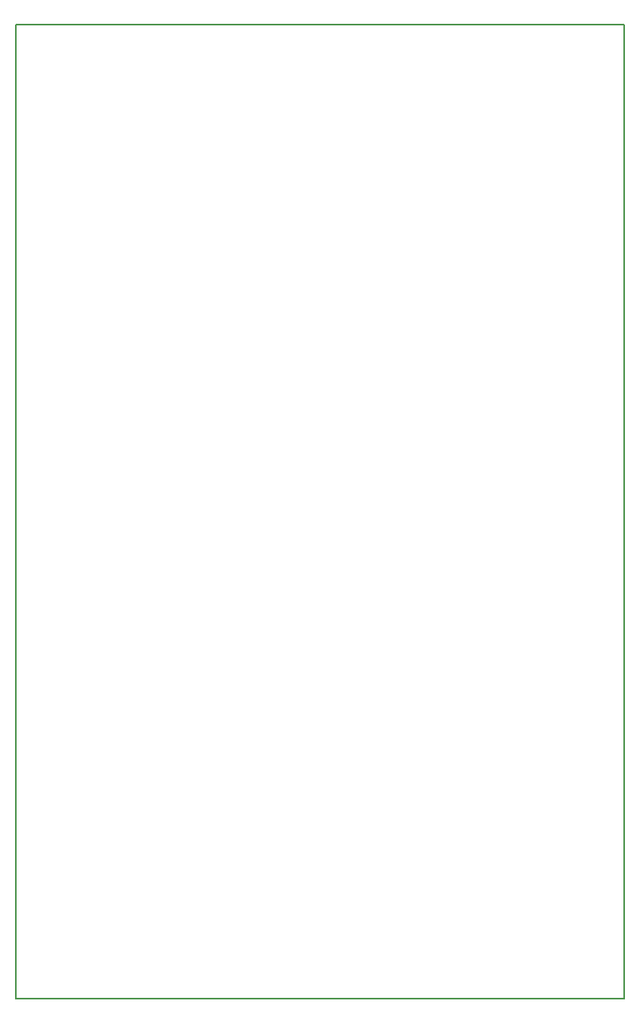
<source format=gm1>
G04 #@! TF.FileFunction,Profile,NP*
%FSLAX46Y46*%
G04 Gerber Fmt 4.6, Leading zero omitted, Abs format (unit mm)*
G04 Created by KiCad (PCBNEW 4.0.7) date 04/09/18 21:38:38*
%MOMM*%
%LPD*%
G01*
G04 APERTURE LIST*
%ADD10C,0.100000*%
%ADD11C,0.150000*%
G04 APERTURE END LIST*
D10*
D11*
X75000000Y-48000000D02*
X75000000Y-152000000D01*
X140000000Y-48000000D02*
X140000000Y-152000000D01*
X75000000Y-48000000D02*
X140000000Y-48000000D01*
X140000000Y-152000000D02*
X75000000Y-152000000D01*
M02*

</source>
